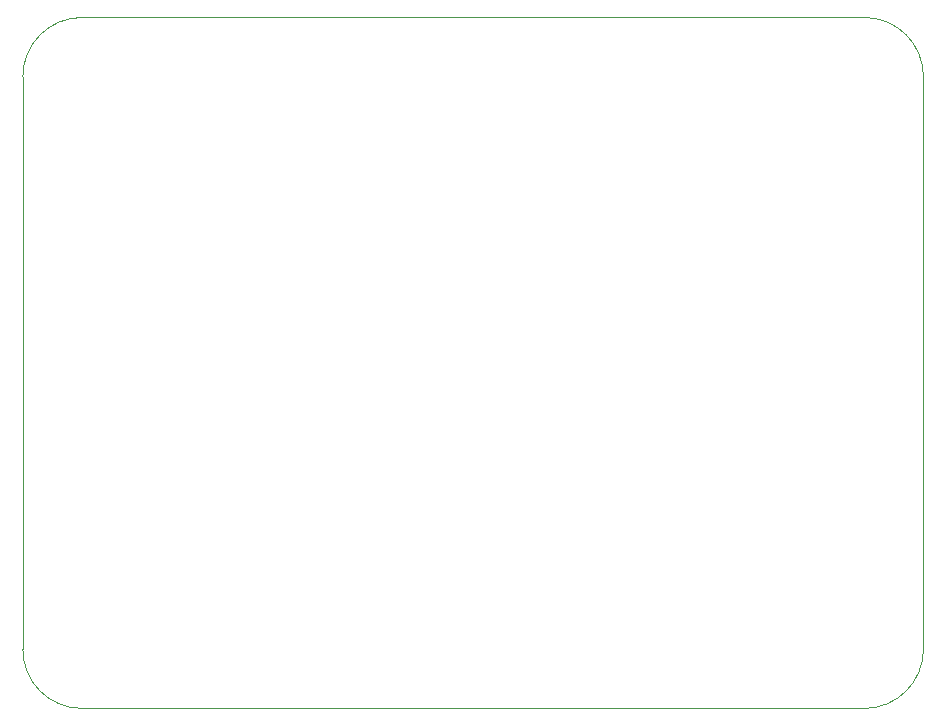
<source format=gbr>
%TF.GenerationSoftware,KiCad,Pcbnew,8.0.6*%
%TF.CreationDate,2024-12-25T20:40:02+07:00*%
%TF.ProjectId,Morphex-PCB,4d6f7270-6865-4782-9d50-43422e6b6963,rev?*%
%TF.SameCoordinates,Original*%
%TF.FileFunction,Profile,NP*%
%FSLAX46Y46*%
G04 Gerber Fmt 4.6, Leading zero omitted, Abs format (unit mm)*
G04 Created by KiCad (PCBNEW 8.0.6) date 2024-12-25 20:40:02*
%MOMM*%
%LPD*%
G01*
G04 APERTURE LIST*
%TA.AperFunction,Profile*%
%ADD10C,0.050000*%
%TD*%
G04 APERTURE END LIST*
D10*
X117500000Y-77500000D02*
X117500000Y-126000000D01*
X117500000Y-77500000D02*
G75*
G02*
X122500000Y-72500000I5000000J0D01*
G01*
X188750000Y-72500000D02*
X122500000Y-72500000D01*
X122500000Y-131000000D02*
G75*
G02*
X117500000Y-126000000I0J5000000D01*
G01*
X193750000Y-126000000D02*
G75*
G02*
X188750000Y-131000000I-5000000J0D01*
G01*
X122500000Y-131000000D02*
X188750000Y-131000000D01*
X188750000Y-72500000D02*
G75*
G02*
X193750000Y-77500000I0J-5000000D01*
G01*
X193750000Y-126000000D02*
X193750000Y-77500000D01*
M02*

</source>
